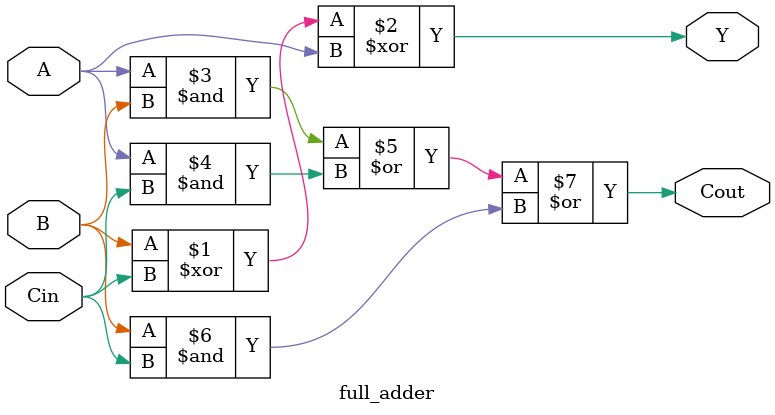
<source format=v>
module full_adder (
    input A,B,Cin, 
    output Y,Cout
);

    assign Y = B ^ Cin ^ A;
    assign Cout = (A & B) | (A & Cin) | (B & Cin);

endmodule
</source>
